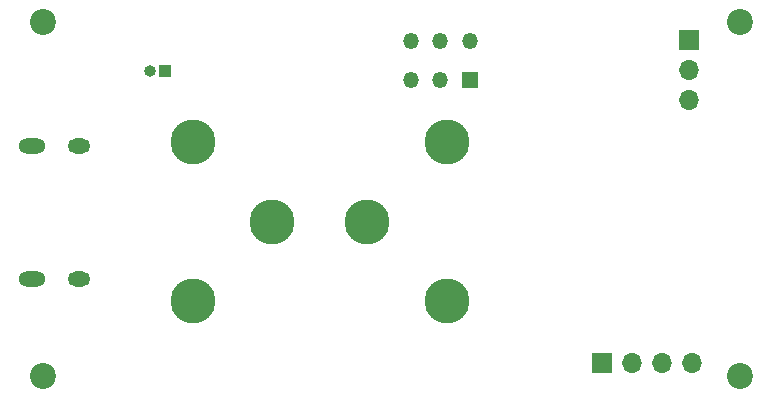
<source format=gbs>
%TF.GenerationSoftware,KiCad,Pcbnew,7.0.9*%
%TF.CreationDate,2023-12-22T14:05:00+09:00*%
%TF.ProjectId,gas_nrf52832,6761735f-6e72-4663-9532-3833322e6b69,rev?*%
%TF.SameCoordinates,Original*%
%TF.FileFunction,Soldermask,Bot*%
%TF.FilePolarity,Negative*%
%FSLAX46Y46*%
G04 Gerber Fmt 4.6, Leading zero omitted, Abs format (unit mm)*
G04 Created by KiCad (PCBNEW 7.0.9) date 2023-12-22 14:05:00*
%MOMM*%
%LPD*%
G01*
G04 APERTURE LIST*
%ADD10R,1.700000X1.700000*%
%ADD11O,1.700000X1.700000*%
%ADD12C,2.200000*%
%ADD13R,1.000000X1.000000*%
%ADD14O,1.000000X1.000000*%
%ADD15O,2.304000X1.304000*%
%ADD16O,1.904000X1.304000*%
%ADD17O,1.350000X1.350000*%
%ADD18R,1.350000X1.350000*%
%ADD19C,3.800000*%
G04 APERTURE END LIST*
D10*
X146600000Y-79520000D03*
D11*
X146600000Y-82060000D03*
X146600000Y-84600000D03*
D12*
X91900000Y-78000000D03*
X91900000Y-108000000D03*
X150900000Y-78000000D03*
X150900000Y-108000000D03*
D13*
X102200000Y-82100000D03*
D14*
X100930000Y-82100000D03*
D15*
X90950000Y-88500000D03*
X90950000Y-99740000D03*
D16*
X94950000Y-88500000D03*
X94950000Y-99740000D03*
D10*
X139250000Y-106850000D03*
D11*
X141790000Y-106850000D03*
X144330000Y-106850000D03*
X146870000Y-106850000D03*
D17*
X123000000Y-79600000D03*
X125500000Y-79600000D03*
X128000000Y-79600000D03*
X123000000Y-82900000D03*
X125500000Y-82900000D03*
D18*
X128000000Y-82900000D03*
D19*
X104550000Y-101650000D03*
X104550000Y-88150000D03*
X111300000Y-94900000D03*
X119300000Y-94900000D03*
X126050000Y-88150000D03*
X126050000Y-101650000D03*
M02*

</source>
